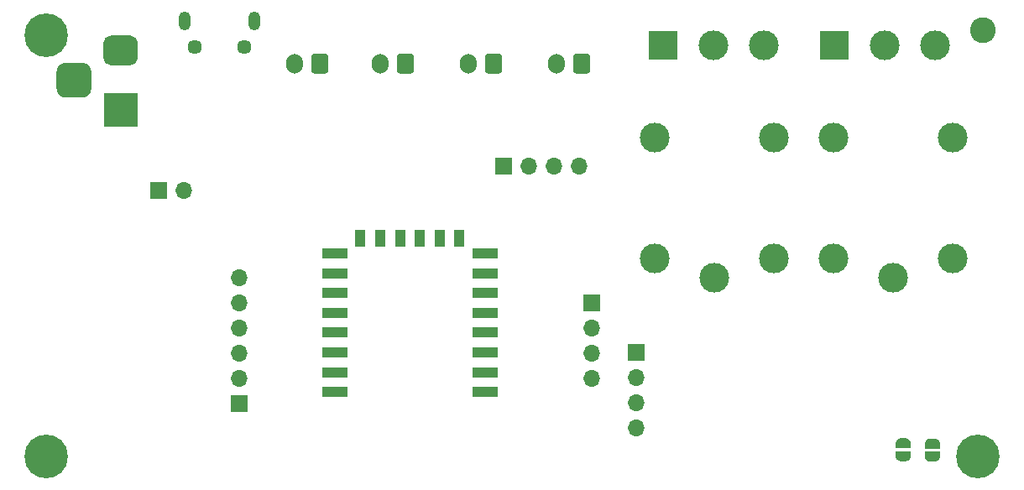
<source format=gbr>
G04 #@! TF.GenerationSoftware,KiCad,Pcbnew,5.1.9-73d0e3b20d~88~ubuntu18.04.1*
G04 #@! TF.CreationDate,2021-03-27T22:42:29+02:00*
G04 #@! TF.ProjectId,Electra,456c6563-7472-4612-9e6b-696361645f70,1*
G04 #@! TF.SameCoordinates,Original*
G04 #@! TF.FileFunction,Soldermask,Bot*
G04 #@! TF.FilePolarity,Negative*
%FSLAX46Y46*%
G04 Gerber Fmt 4.6, Leading zero omitted, Abs format (unit mm)*
G04 Created by KiCad (PCBNEW 5.1.9-73d0e3b20d~88~ubuntu18.04.1) date 2021-03-27 22:42:29*
%MOMM*%
%LPD*%
G01*
G04 APERTURE LIST*
%ADD10O,1.700000X2.000000*%
%ADD11R,3.500000X3.500000*%
%ADD12C,2.600000*%
%ADD13C,3.000000*%
%ADD14R,1.700000X1.700000*%
%ADD15O,1.700000X1.700000*%
%ADD16C,4.400000*%
%ADD17C,0.700000*%
%ADD18R,3.000000X3.000000*%
%ADD19C,1.450000*%
%ADD20O,1.200000X1.900000*%
%ADD21C,0.100000*%
%ADD22R,2.500000X1.000000*%
%ADD23R,1.000000X1.800000*%
G04 APERTURE END LIST*
G36*
G01*
X146471000Y-75596000D02*
X146471000Y-77096000D01*
G75*
G02*
X146221000Y-77346000I-250000J0D01*
G01*
X145021000Y-77346000D01*
G75*
G02*
X144771000Y-77096000I0J250000D01*
G01*
X144771000Y-75596000D01*
G75*
G02*
X145021000Y-75346000I250000J0D01*
G01*
X146221000Y-75346000D01*
G75*
G02*
X146471000Y-75596000I0J-250000D01*
G01*
G37*
D10*
X143121000Y-76346000D03*
G36*
G01*
X102425000Y-76275000D02*
X104175000Y-76275000D01*
G75*
G02*
X105050000Y-77150000I0J-875000D01*
G01*
X105050000Y-78900000D01*
G75*
G02*
X104175000Y-79775000I-875000J0D01*
G01*
X102425000Y-79775000D01*
G75*
G02*
X101550000Y-78900000I0J875000D01*
G01*
X101550000Y-77150000D01*
G75*
G02*
X102425000Y-76275000I875000J0D01*
G01*
G37*
G36*
G01*
X107000000Y-73525000D02*
X109000000Y-73525000D01*
G75*
G02*
X109750000Y-74275000I0J-750000D01*
G01*
X109750000Y-75775000D01*
G75*
G02*
X109000000Y-76525000I-750000J0D01*
G01*
X107000000Y-76525000D01*
G75*
G02*
X106250000Y-75775000I0J750000D01*
G01*
X106250000Y-74275000D01*
G75*
G02*
X107000000Y-73525000I750000J0D01*
G01*
G37*
D11*
X108000000Y-81025000D03*
D10*
X125595000Y-76346000D03*
G36*
G01*
X128945000Y-75596000D02*
X128945000Y-77096000D01*
G75*
G02*
X128695000Y-77346000I-250000J0D01*
G01*
X127495000Y-77346000D01*
G75*
G02*
X127245000Y-77096000I0J250000D01*
G01*
X127245000Y-75596000D01*
G75*
G02*
X127495000Y-75346000I250000J0D01*
G01*
X128695000Y-75346000D01*
G75*
G02*
X128945000Y-75596000I0J-250000D01*
G01*
G37*
D12*
X195000000Y-73000000D03*
D13*
X185920000Y-98000000D03*
X179920000Y-96000000D03*
X179920000Y-83800000D03*
X191920000Y-83800000D03*
X191920000Y-96000000D03*
D14*
X146600000Y-86700000D03*
D15*
X149140000Y-86700000D03*
X151680000Y-86700000D03*
X154220000Y-86700000D03*
D13*
X173920000Y-96000000D03*
X173920000Y-83800000D03*
X161920000Y-83800000D03*
X161920000Y-96000000D03*
X167920000Y-98000000D03*
D15*
X155500000Y-108080000D03*
X155500000Y-105540000D03*
X155500000Y-103000000D03*
D14*
X155500000Y-100460000D03*
D10*
X152011000Y-76346000D03*
G36*
G01*
X155361000Y-75596000D02*
X155361000Y-77096000D01*
G75*
G02*
X155111000Y-77346000I-250000J0D01*
G01*
X153911000Y-77346000D01*
G75*
G02*
X153661000Y-77096000I0J250000D01*
G01*
X153661000Y-75596000D01*
G75*
G02*
X153911000Y-75346000I250000J0D01*
G01*
X155111000Y-75346000D01*
G75*
G02*
X155361000Y-75596000I0J-250000D01*
G01*
G37*
D16*
X100500000Y-73500000D03*
D17*
X102150000Y-73500000D03*
X101666726Y-74666726D03*
X100500000Y-75150000D03*
X99333274Y-74666726D03*
X98850000Y-73500000D03*
X99333274Y-72333274D03*
X100500000Y-71850000D03*
X101666726Y-72333274D03*
X101666726Y-114833274D03*
X100500000Y-114350000D03*
X99333274Y-114833274D03*
X98850000Y-116000000D03*
X99333274Y-117166726D03*
X100500000Y-117650000D03*
X101666726Y-117166726D03*
X102150000Y-116000000D03*
D16*
X100500000Y-116000000D03*
X194500000Y-116000000D03*
D17*
X196150000Y-116000000D03*
X195666726Y-117166726D03*
X194500000Y-117650000D03*
X193333274Y-117166726D03*
X192850000Y-116000000D03*
X193333274Y-114833274D03*
X194500000Y-114350000D03*
X195666726Y-114833274D03*
D13*
X172920000Y-74510000D03*
X167840000Y-74510000D03*
D18*
X162760000Y-74510000D03*
D14*
X120000000Y-110700000D03*
D15*
X120000000Y-108160000D03*
X120000000Y-105620000D03*
X120000000Y-103080000D03*
X120000000Y-100540000D03*
X120000000Y-98000000D03*
X160000000Y-113120000D03*
X160000000Y-110580000D03*
X160000000Y-108040000D03*
D14*
X160000000Y-105500000D03*
D19*
X120500000Y-74712500D03*
X115500000Y-74712500D03*
D20*
X121500000Y-72012500D03*
X114500000Y-72012500D03*
D14*
X111850000Y-89150000D03*
D15*
X114390000Y-89150000D03*
D18*
X180010000Y-74510000D03*
D13*
X185090000Y-74510000D03*
X190170000Y-74510000D03*
G36*
G01*
X137581000Y-75596000D02*
X137581000Y-77096000D01*
G75*
G02*
X137331000Y-77346000I-250000J0D01*
G01*
X136131000Y-77346000D01*
G75*
G02*
X135881000Y-77096000I0J250000D01*
G01*
X135881000Y-75596000D01*
G75*
G02*
X136131000Y-75346000I250000J0D01*
G01*
X137331000Y-75346000D01*
G75*
G02*
X137581000Y-75596000I0J-250000D01*
G01*
G37*
D10*
X134231000Y-76346000D03*
D21*
G36*
X189150602Y-114700000D02*
G01*
X189150602Y-114675466D01*
X189155412Y-114626635D01*
X189164984Y-114578510D01*
X189179228Y-114531555D01*
X189198005Y-114486222D01*
X189221136Y-114442949D01*
X189248396Y-114402150D01*
X189279524Y-114364221D01*
X189314221Y-114329524D01*
X189352150Y-114298396D01*
X189392949Y-114271136D01*
X189436222Y-114248005D01*
X189481555Y-114229228D01*
X189528510Y-114214984D01*
X189576635Y-114205412D01*
X189625466Y-114200602D01*
X189650000Y-114200602D01*
X189650000Y-114200000D01*
X190150000Y-114200000D01*
X190150000Y-114200602D01*
X190174534Y-114200602D01*
X190223365Y-114205412D01*
X190271490Y-114214984D01*
X190318445Y-114229228D01*
X190363778Y-114248005D01*
X190407051Y-114271136D01*
X190447850Y-114298396D01*
X190485779Y-114329524D01*
X190520476Y-114364221D01*
X190551604Y-114402150D01*
X190578864Y-114442949D01*
X190601995Y-114486222D01*
X190620772Y-114531555D01*
X190635016Y-114578510D01*
X190644588Y-114626635D01*
X190649398Y-114675466D01*
X190649398Y-114700000D01*
X190650000Y-114700000D01*
X190650000Y-115200000D01*
X189150000Y-115200000D01*
X189150000Y-114700000D01*
X189150602Y-114700000D01*
G37*
G36*
X190650000Y-115500000D02*
G01*
X190650000Y-116000000D01*
X190649398Y-116000000D01*
X190649398Y-116024534D01*
X190644588Y-116073365D01*
X190635016Y-116121490D01*
X190620772Y-116168445D01*
X190601995Y-116213778D01*
X190578864Y-116257051D01*
X190551604Y-116297850D01*
X190520476Y-116335779D01*
X190485779Y-116370476D01*
X190447850Y-116401604D01*
X190407051Y-116428864D01*
X190363778Y-116451995D01*
X190318445Y-116470772D01*
X190271490Y-116485016D01*
X190223365Y-116494588D01*
X190174534Y-116499398D01*
X190150000Y-116499398D01*
X190150000Y-116500000D01*
X189650000Y-116500000D01*
X189650000Y-116499398D01*
X189625466Y-116499398D01*
X189576635Y-116494588D01*
X189528510Y-116485016D01*
X189481555Y-116470772D01*
X189436222Y-116451995D01*
X189392949Y-116428864D01*
X189352150Y-116401604D01*
X189314221Y-116370476D01*
X189279524Y-116335779D01*
X189248396Y-116297850D01*
X189221136Y-116257051D01*
X189198005Y-116213778D01*
X189179228Y-116168445D01*
X189164984Y-116121490D01*
X189155412Y-116073365D01*
X189150602Y-116024534D01*
X189150602Y-116000000D01*
X189150000Y-116000000D01*
X189150000Y-115500000D01*
X190650000Y-115500000D01*
G37*
G36*
X187694000Y-115466000D02*
G01*
X187694000Y-115966000D01*
X187693398Y-115966000D01*
X187693398Y-115990534D01*
X187688588Y-116039365D01*
X187679016Y-116087490D01*
X187664772Y-116134445D01*
X187645995Y-116179778D01*
X187622864Y-116223051D01*
X187595604Y-116263850D01*
X187564476Y-116301779D01*
X187529779Y-116336476D01*
X187491850Y-116367604D01*
X187451051Y-116394864D01*
X187407778Y-116417995D01*
X187362445Y-116436772D01*
X187315490Y-116451016D01*
X187267365Y-116460588D01*
X187218534Y-116465398D01*
X187194000Y-116465398D01*
X187194000Y-116466000D01*
X186694000Y-116466000D01*
X186694000Y-116465398D01*
X186669466Y-116465398D01*
X186620635Y-116460588D01*
X186572510Y-116451016D01*
X186525555Y-116436772D01*
X186480222Y-116417995D01*
X186436949Y-116394864D01*
X186396150Y-116367604D01*
X186358221Y-116336476D01*
X186323524Y-116301779D01*
X186292396Y-116263850D01*
X186265136Y-116223051D01*
X186242005Y-116179778D01*
X186223228Y-116134445D01*
X186208984Y-116087490D01*
X186199412Y-116039365D01*
X186194602Y-115990534D01*
X186194602Y-115966000D01*
X186194000Y-115966000D01*
X186194000Y-115466000D01*
X187694000Y-115466000D01*
G37*
G36*
X186194602Y-114666000D02*
G01*
X186194602Y-114641466D01*
X186199412Y-114592635D01*
X186208984Y-114544510D01*
X186223228Y-114497555D01*
X186242005Y-114452222D01*
X186265136Y-114408949D01*
X186292396Y-114368150D01*
X186323524Y-114330221D01*
X186358221Y-114295524D01*
X186396150Y-114264396D01*
X186436949Y-114237136D01*
X186480222Y-114214005D01*
X186525555Y-114195228D01*
X186572510Y-114180984D01*
X186620635Y-114171412D01*
X186669466Y-114166602D01*
X186694000Y-114166602D01*
X186694000Y-114166000D01*
X187194000Y-114166000D01*
X187194000Y-114166602D01*
X187218534Y-114166602D01*
X187267365Y-114171412D01*
X187315490Y-114180984D01*
X187362445Y-114195228D01*
X187407778Y-114214005D01*
X187451051Y-114237136D01*
X187491850Y-114264396D01*
X187529779Y-114295524D01*
X187564476Y-114330221D01*
X187595604Y-114368150D01*
X187622864Y-114408949D01*
X187645995Y-114452222D01*
X187664772Y-114497555D01*
X187679016Y-114544510D01*
X187688588Y-114592635D01*
X187693398Y-114641466D01*
X187693398Y-114666000D01*
X187694000Y-114666000D01*
X187694000Y-115166000D01*
X186194000Y-115166000D01*
X186194000Y-114666000D01*
X186194602Y-114666000D01*
G37*
D22*
X129584000Y-109500000D03*
X129584000Y-107500000D03*
X129584000Y-105500000D03*
X129584000Y-103500000D03*
X129584000Y-101500000D03*
X129584000Y-99500000D03*
X129584000Y-97500000D03*
X129584000Y-95500000D03*
D23*
X132184000Y-94000000D03*
X134184000Y-94000000D03*
X136184000Y-94000000D03*
X138184000Y-94000000D03*
X140184000Y-94000000D03*
X142184000Y-94000000D03*
D22*
X144784000Y-95500000D03*
X144784000Y-97500000D03*
X144784000Y-99500000D03*
X144784000Y-101500000D03*
X144784000Y-103500000D03*
X144784000Y-105500000D03*
X144784000Y-107500000D03*
X144784000Y-109500000D03*
M02*

</source>
